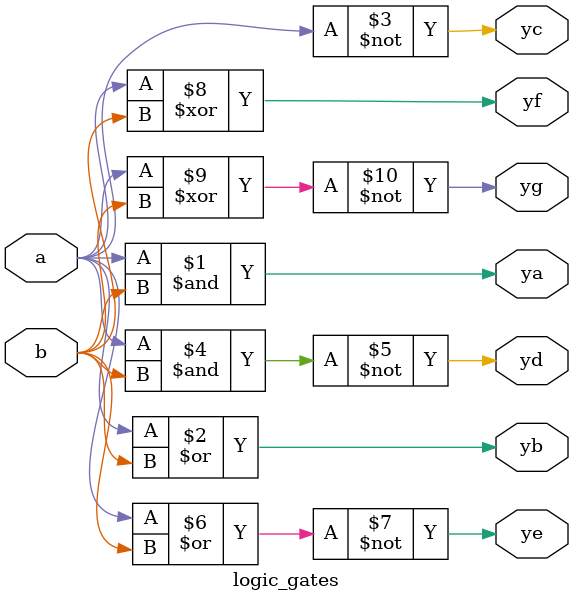
<source format=v>
module logic_gates(
  input a,b,
  output ya,yb,yc,yd,ye,yf,yg
);
  assign ya=a&b,yb=a|b, yc=~a,yd=~(a&b),ye=~(a|b),yf=a^b,yg=~(a^b);
endmodule
  
  

</source>
